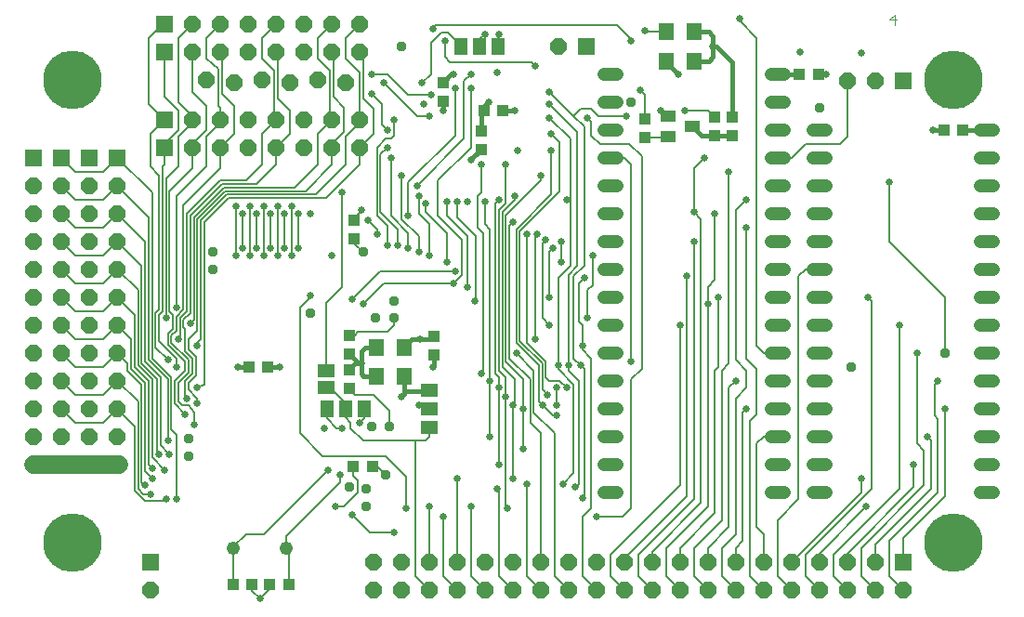
<source format=gbl>
G75*
%MOIN*%
%OFA0B0*%
%FSLAX24Y24*%
%IPPOS*%
%LPD*%
%AMOC8*
5,1,8,0,0,1.08239X$1,22.5*
%
%ADD10C,0.0030*%
%ADD11C,0.2100*%
%ADD12C,0.0480*%
%ADD13R,0.0600X0.0600*%
%ADD14OC8,0.0600*%
%ADD15R,0.0528X0.0591*%
%ADD16C,0.0480*%
%ADD17R,0.0433X0.0394*%
%ADD18OC8,0.0337*%
%ADD19R,0.0591X0.0512*%
%ADD20R,0.0394X0.0433*%
%ADD21R,0.0551X0.0394*%
%ADD22R,0.0512X0.0591*%
%ADD23R,0.0630X0.0460*%
%ADD24C,0.0258*%
%ADD25C,0.0160*%
%ADD26C,0.0050*%
%ADD27C,0.0660*%
D10*
X032200Y022140D02*
X032200Y022510D01*
X032015Y022325D01*
X032262Y022325D01*
D11*
X034303Y020178D03*
X034303Y003572D03*
X002697Y003572D03*
X002697Y020178D03*
D12*
X021760Y020375D02*
X022240Y020375D01*
X022240Y019375D02*
X021760Y019375D01*
X021760Y018375D02*
X022240Y018375D01*
X022240Y017375D02*
X021760Y017375D01*
X021760Y016375D02*
X022240Y016375D01*
X022240Y015375D02*
X021760Y015375D01*
X021760Y014375D02*
X022240Y014375D01*
X022240Y013375D02*
X021760Y013375D01*
X021760Y012375D02*
X022240Y012375D01*
X022240Y011375D02*
X021760Y011375D01*
X021760Y010375D02*
X022240Y010375D01*
X022240Y009375D02*
X021760Y009375D01*
X021760Y008375D02*
X022240Y008375D01*
X022240Y007375D02*
X021760Y007375D01*
X021760Y006375D02*
X022240Y006375D01*
X022240Y005375D02*
X021760Y005375D01*
X027760Y005375D02*
X028240Y005375D01*
X029260Y005375D02*
X029740Y005375D01*
X029740Y006375D02*
X029260Y006375D01*
X028240Y006375D02*
X027760Y006375D01*
X027760Y007375D02*
X028240Y007375D01*
X029260Y007375D02*
X029740Y007375D01*
X029740Y008375D02*
X029260Y008375D01*
X028240Y008375D02*
X027760Y008375D01*
X027760Y009375D02*
X028240Y009375D01*
X029260Y009375D02*
X029740Y009375D01*
X029740Y010375D02*
X029260Y010375D01*
X028240Y010375D02*
X027760Y010375D01*
X027760Y011375D02*
X028240Y011375D01*
X029260Y011375D02*
X029740Y011375D01*
X029740Y012375D02*
X029260Y012375D01*
X028240Y012375D02*
X027760Y012375D01*
X027760Y013375D02*
X028240Y013375D01*
X029260Y013375D02*
X029740Y013375D01*
X029740Y014375D02*
X029260Y014375D01*
X028240Y014375D02*
X027760Y014375D01*
X027760Y015375D02*
X028240Y015375D01*
X029260Y015375D02*
X029740Y015375D01*
X029740Y016375D02*
X029260Y016375D01*
X028240Y016375D02*
X027760Y016375D01*
X027760Y017375D02*
X028240Y017375D01*
X029260Y017375D02*
X029740Y017375D01*
X029740Y018375D02*
X029260Y018375D01*
X028240Y018375D02*
X027760Y018375D01*
X027760Y019375D02*
X028240Y019375D01*
X028240Y020375D02*
X027760Y020375D01*
X035260Y018375D02*
X035740Y018375D01*
X035740Y017375D02*
X035260Y017375D01*
X035260Y016375D02*
X035740Y016375D01*
X035740Y015375D02*
X035260Y015375D01*
X035260Y014375D02*
X035740Y014375D01*
X035740Y013375D02*
X035260Y013375D01*
X035260Y012375D02*
X035740Y012375D01*
X035740Y011375D02*
X035260Y011375D01*
X035260Y010375D02*
X035740Y010375D01*
X035740Y009375D02*
X035260Y009375D01*
X035260Y008375D02*
X035740Y008375D01*
X035740Y007375D02*
X035260Y007375D01*
X035260Y006375D02*
X035740Y006375D01*
X035740Y005375D02*
X035260Y005375D01*
D13*
X032500Y002875D03*
X006000Y017750D03*
X006000Y018750D03*
X004313Y017375D03*
X003313Y017375D03*
X002313Y017375D03*
X001313Y017375D03*
X006000Y021188D03*
X006000Y022188D03*
X021125Y021375D03*
X032500Y020125D03*
X005500Y002875D03*
D14*
X005500Y001875D03*
X004313Y006375D03*
X003313Y006375D03*
X002313Y006375D03*
X001313Y006375D03*
X001313Y007375D03*
X002313Y007375D03*
X003313Y007375D03*
X004313Y007375D03*
X004313Y008375D03*
X003313Y008375D03*
X002313Y008375D03*
X001313Y008375D03*
X001313Y009375D03*
X002313Y009375D03*
X003313Y009375D03*
X004313Y009375D03*
X004313Y010375D03*
X003313Y010375D03*
X002313Y010375D03*
X001313Y010375D03*
X001313Y011375D03*
X002313Y011375D03*
X003313Y011375D03*
X004313Y011375D03*
X004313Y012375D03*
X003313Y012375D03*
X002313Y012375D03*
X001313Y012375D03*
X001313Y013375D03*
X002313Y013375D03*
X003313Y013375D03*
X004313Y013375D03*
X004313Y014375D03*
X003313Y014375D03*
X002313Y014375D03*
X001313Y014375D03*
X001313Y015375D03*
X002313Y015375D03*
X003313Y015375D03*
X004313Y015375D03*
X004313Y016375D03*
X003313Y016375D03*
X002313Y016375D03*
X001313Y016375D03*
X007000Y017750D03*
X008000Y017750D03*
X009000Y017750D03*
X010000Y017750D03*
X011000Y017750D03*
X012000Y017750D03*
X013000Y017750D03*
X013000Y018750D03*
X012000Y018750D03*
X011000Y018750D03*
X010000Y018750D03*
X009000Y018750D03*
X008000Y018750D03*
X007000Y018750D03*
X007500Y020188D03*
X008500Y020063D03*
X009500Y020188D03*
X010500Y020063D03*
X011500Y020188D03*
X012500Y020063D03*
X012000Y021188D03*
X011000Y021188D03*
X010000Y021188D03*
X009000Y021188D03*
X008000Y021188D03*
X007000Y021188D03*
X007000Y022188D03*
X008000Y022188D03*
X009000Y022188D03*
X010000Y022188D03*
X011000Y022188D03*
X012000Y022188D03*
X013000Y022188D03*
X013000Y021188D03*
X020125Y021375D03*
X030500Y020125D03*
X031500Y020125D03*
X031500Y002875D03*
X030500Y002875D03*
X029500Y002875D03*
X028500Y002875D03*
X027500Y002875D03*
X026500Y002875D03*
X025500Y002875D03*
X024500Y002875D03*
X023500Y002875D03*
X022500Y002875D03*
X021500Y002875D03*
X020500Y002875D03*
X019500Y002875D03*
X018500Y002875D03*
X017500Y002875D03*
X016500Y002875D03*
X015500Y002875D03*
X014500Y002875D03*
X013500Y002875D03*
X013500Y001875D03*
X014500Y001875D03*
X015500Y001875D03*
X016500Y001875D03*
X017500Y001875D03*
X018500Y001875D03*
X019500Y001875D03*
X020500Y001875D03*
X021500Y001875D03*
X022500Y001875D03*
X023500Y001875D03*
X024500Y001875D03*
X025500Y001875D03*
X026500Y001875D03*
X027500Y001875D03*
X028500Y001875D03*
X029500Y001875D03*
X030500Y001875D03*
X031500Y001875D03*
X032500Y001875D03*
D15*
X014603Y009546D03*
X013603Y009546D03*
X013603Y010589D03*
X014603Y010589D03*
X024022Y020848D03*
X025022Y020848D03*
X025022Y021892D03*
X024022Y021892D03*
D16*
X010388Y003375D03*
X008488Y003375D03*
D17*
X008478Y002063D03*
X009147Y002063D03*
X009790Y002063D03*
X010460Y002063D03*
X012625Y009103D03*
X012625Y009772D03*
X012625Y010353D03*
X012625Y011022D03*
X009710Y009875D03*
X009040Y009875D03*
X012813Y014478D03*
X012813Y015147D03*
X017478Y019063D03*
X018147Y019063D03*
X023250Y018772D03*
X023250Y018103D03*
X026375Y018165D03*
X026375Y018835D03*
X028790Y020375D03*
X029460Y020375D03*
X033978Y018375D03*
X034647Y018375D03*
D18*
X029500Y019188D03*
X022750Y019375D03*
X014500Y021375D03*
X013125Y014000D03*
X014250Y012250D03*
X014250Y011625D03*
X013563Y011625D03*
X011250Y011813D03*
X007750Y013375D03*
X007750Y014000D03*
X013438Y007750D03*
X014063Y007750D03*
X013938Y006000D03*
X013250Y005500D03*
X012625Y005563D03*
X013250Y004875D03*
X006875Y006688D03*
X006875Y007313D03*
X030625Y009875D03*
X034000Y010375D03*
D19*
X015500Y009044D03*
X015500Y008375D03*
X015500Y007706D03*
D20*
X013460Y006313D03*
X012790Y006313D03*
X015688Y010290D03*
X015688Y010960D03*
X017375Y017665D03*
X017375Y018335D03*
X016000Y019415D03*
X016000Y020085D03*
X025750Y018835D03*
X025750Y018165D03*
D21*
X024933Y018500D03*
X024067Y018126D03*
X024067Y018874D03*
D22*
X017982Y021375D03*
X017313Y021375D03*
X016643Y021375D03*
X013169Y008375D03*
X012500Y008375D03*
X011831Y008375D03*
D23*
X011813Y009138D03*
X011813Y009738D03*
D24*
X013063Y010000D03*
X014500Y008813D03*
X015125Y008500D03*
X013000Y007875D03*
X012375Y007688D03*
X011750Y007688D03*
X011875Y006188D03*
X012313Y006000D03*
X012125Y004875D03*
X012750Y004563D03*
X014250Y003938D03*
X014688Y004813D03*
X015500Y004875D03*
X016000Y004500D03*
X017000Y004875D03*
X017938Y005500D03*
X018500Y005875D03*
X019000Y005688D03*
X018000Y006375D03*
X018875Y006938D03*
X017688Y007375D03*
X018875Y008375D03*
X018500Y008500D03*
X018250Y008813D03*
X018000Y009125D03*
X017688Y009375D03*
X017375Y009625D03*
X018625Y010375D03*
X019313Y010875D03*
X019813Y011375D03*
X021000Y010625D03*
X020938Y009938D03*
X020500Y009938D03*
X020125Y009938D03*
X020063Y009125D03*
X020438Y009125D03*
X020063Y008500D03*
X019750Y008875D03*
X019563Y008500D03*
X020063Y008125D03*
X022750Y010063D03*
X024500Y011375D03*
X025500Y012125D03*
X025875Y012375D03*
X024750Y013125D03*
X025000Y014375D03*
X025000Y015438D03*
X025750Y015375D03*
X026875Y014875D03*
X026875Y015875D03*
X026250Y016875D03*
X025375Y017375D03*
X024688Y019063D03*
X023813Y019063D03*
X023063Y019813D03*
X024438Y020375D03*
X025688Y021375D03*
X026625Y022375D03*
X028813Y021188D03*
X029750Y020375D03*
X031000Y021125D03*
X033563Y018375D03*
X032000Y016500D03*
X031250Y012375D03*
X032375Y011375D03*
X033000Y010375D03*
X033750Y009375D03*
X034000Y008375D03*
X033375Y007375D03*
X032875Y006375D03*
X031000Y005875D03*
X031188Y004875D03*
X026875Y008375D03*
X026500Y009375D03*
X021188Y011625D03*
X019813Y012375D03*
X021063Y013063D03*
X020250Y013625D03*
X019938Y014125D03*
X020250Y014375D03*
X019688Y014438D03*
X019375Y014625D03*
X019000Y014625D03*
X018500Y015063D03*
X018000Y015875D03*
X017500Y015813D03*
X016875Y015813D03*
X016500Y015813D03*
X016125Y015813D03*
X015375Y015750D03*
X015125Y016000D03*
X015063Y016375D03*
X014500Y016750D03*
X014125Y017375D03*
X014000Y017750D03*
X014000Y018375D03*
X014250Y018750D03*
X015313Y019313D03*
X015563Y019625D03*
X015250Y020063D03*
X016375Y020375D03*
X017000Y020375D03*
X017000Y019875D03*
X016438Y019875D03*
X016000Y019063D03*
X015500Y018875D03*
X013875Y020063D03*
X013438Y020375D03*
X013438Y019688D03*
X016063Y021563D03*
X015625Y022000D03*
X017500Y021813D03*
X018000Y021813D03*
X019313Y020688D03*
X019813Y019750D03*
X019813Y019313D03*
X019813Y018813D03*
X019875Y018250D03*
X019875Y017625D03*
X018688Y017625D03*
X018250Y017125D03*
X017375Y017125D03*
X017000Y017313D03*
X018563Y016000D03*
X019500Y016750D03*
X020438Y015875D03*
X021375Y013875D03*
X017125Y012250D03*
X016875Y012750D03*
X016375Y012875D03*
X016438Y013313D03*
X016125Y013625D03*
X015500Y013875D03*
X015125Y014000D03*
X014750Y014125D03*
X014375Y014250D03*
X014000Y014250D03*
X013625Y014625D03*
X013313Y015125D03*
X013063Y015500D03*
X012375Y016125D03*
X011250Y015375D03*
X010813Y015375D03*
X010563Y015625D03*
X010313Y015375D03*
X010063Y015625D03*
X009813Y015375D03*
X009563Y015625D03*
X009313Y015375D03*
X009063Y015625D03*
X008813Y015375D03*
X008563Y015625D03*
X008813Y014125D03*
X009063Y013875D03*
X009313Y014125D03*
X009563Y013875D03*
X009813Y014125D03*
X010063Y013875D03*
X010313Y014125D03*
X010563Y013875D03*
X010813Y014125D03*
X012000Y013875D03*
X011250Y012438D03*
X012750Y012313D03*
X013125Y012125D03*
X015188Y010875D03*
X015625Y009875D03*
X010125Y009875D03*
X008625Y009875D03*
X007188Y009125D03*
X006813Y008750D03*
X007188Y008563D03*
X006750Y008188D03*
X007063Y007813D03*
X006125Y007250D03*
X006188Y006750D03*
X005813Y006750D03*
X005563Y006250D03*
X005563Y005875D03*
X005313Y005625D03*
X005500Y005313D03*
X006063Y005125D03*
X006438Y005125D03*
X006000Y006188D03*
X006438Y009875D03*
X006125Y010125D03*
X006500Y010875D03*
X006938Y011438D03*
X006063Y011625D03*
X006438Y012000D03*
X007188Y010625D03*
X008563Y013875D03*
X014750Y015313D03*
X018563Y019063D03*
X017625Y019375D03*
X017938Y020438D03*
X021188Y018813D03*
X022563Y018875D03*
X022750Y021563D03*
X023250Y021938D03*
X016500Y005875D03*
X018313Y004813D03*
X020313Y005688D03*
X020750Y005563D03*
X021000Y005188D03*
X021500Y004500D03*
X009438Y001563D03*
D25*
X015500Y008375D02*
X015375Y008500D01*
X015125Y008500D01*
X014603Y008916D02*
X014603Y009019D01*
X014603Y009546D01*
X014603Y009019D02*
X015474Y009019D01*
X014603Y008916D02*
X014500Y008813D01*
X013603Y009546D02*
X013142Y009546D01*
X013063Y009625D01*
X013063Y010000D01*
X012853Y010000D01*
X012625Y009772D01*
X012978Y010000D02*
X013063Y010000D01*
X013063Y010438D01*
X013214Y010589D01*
X013603Y010589D01*
X012978Y010000D02*
X012625Y010353D01*
X014603Y010589D02*
X014889Y010875D01*
X015188Y010875D01*
X015603Y010875D01*
X015688Y010960D01*
X015688Y010290D02*
X015688Y009938D01*
X015625Y009875D01*
X010125Y009875D02*
X009710Y009875D01*
X009040Y009875D02*
X008625Y009875D01*
X017000Y017313D02*
X017000Y017353D01*
X017375Y017665D01*
X017375Y018335D02*
X017375Y018960D01*
X017478Y019063D01*
X017478Y019228D01*
X017625Y019375D01*
X018147Y019063D02*
X018563Y019063D01*
X016375Y020375D02*
X016290Y020375D01*
X016000Y020085D01*
X016000Y019415D02*
X016000Y019063D01*
X024022Y020791D02*
X024438Y020375D01*
X024022Y020791D02*
X024022Y020848D01*
X025022Y020848D02*
X025536Y020848D01*
X025688Y021000D01*
X025688Y021375D01*
X025688Y021750D01*
X025546Y021892D01*
X025022Y021892D01*
X025688Y021563D02*
X025688Y021375D01*
X025688Y021188D01*
X025688Y021375D02*
X025813Y021375D01*
X026375Y020813D01*
X026375Y018835D01*
X026375Y018165D02*
X025750Y018165D01*
X025268Y018165D01*
X024933Y018500D01*
X028000Y020375D02*
X028790Y020375D01*
X029460Y020375D02*
X029750Y020375D01*
X033563Y018375D02*
X033978Y018375D01*
X034647Y018375D02*
X035500Y018375D01*
D26*
X032000Y016500D02*
X032000Y014375D01*
X034000Y012375D01*
X034000Y010375D01*
X033000Y010375D02*
X033000Y007125D01*
X033250Y006875D01*
X033250Y005625D01*
X031000Y003375D01*
X031000Y002375D01*
X031500Y001875D01*
X030500Y001875D02*
X030000Y002375D01*
X030000Y003125D01*
X032375Y005500D01*
X032375Y011375D01*
X031375Y012250D02*
X031250Y012375D01*
X031375Y012250D02*
X031375Y005500D01*
X029000Y003125D01*
X029000Y002375D01*
X029500Y001875D01*
X028500Y001875D02*
X028000Y002375D01*
X028000Y004375D01*
X028750Y005125D01*
X028750Y013125D01*
X029000Y013375D01*
X029500Y013375D01*
X026875Y014875D02*
X026875Y010188D01*
X027250Y009813D01*
X027250Y008188D01*
X027000Y007938D01*
X027000Y002375D01*
X027500Y001875D01*
X026500Y001875D02*
X026000Y002375D01*
X026000Y003375D01*
X026500Y003875D01*
X026500Y008750D01*
X026875Y009125D01*
X026875Y009750D01*
X026500Y010125D01*
X026500Y015500D01*
X026875Y015875D01*
X025750Y015375D02*
X025750Y013000D01*
X025500Y012750D01*
X025500Y012125D01*
X025500Y004875D01*
X024000Y003375D01*
X024000Y002375D01*
X024500Y001875D01*
X023500Y001875D02*
X023000Y002375D01*
X023000Y003125D01*
X025000Y005125D01*
X025000Y014375D01*
X025250Y015188D02*
X025000Y015438D01*
X025000Y017000D01*
X025375Y017375D01*
X026250Y016875D02*
X026250Y010000D01*
X026000Y009750D01*
X026000Y004375D01*
X025000Y003375D01*
X025000Y002375D01*
X025500Y001875D01*
X025500Y002875D02*
X025500Y003375D01*
X026250Y004125D01*
X026250Y009125D01*
X026500Y009375D01*
X025875Y009875D02*
X025750Y009750D01*
X025750Y004625D01*
X024500Y003375D01*
X024500Y002875D01*
X023500Y002875D02*
X023500Y003250D01*
X025250Y005000D01*
X025250Y015188D01*
X022750Y017125D02*
X022500Y017375D01*
X022000Y017375D01*
X022750Y017125D02*
X022750Y010063D01*
X023125Y009813D02*
X023125Y017438D01*
X022688Y017875D01*
X021625Y017875D01*
X021313Y018188D01*
X021313Y018688D01*
X021188Y018813D01*
X021313Y019125D02*
X020938Y019125D01*
X020688Y018875D01*
X019813Y019750D01*
X019938Y019625D01*
X019813Y019313D02*
X020813Y018313D01*
X020813Y013500D01*
X020500Y013188D01*
X020500Y009938D01*
X020500Y009750D01*
X020875Y009375D01*
X020875Y005688D01*
X020750Y005563D01*
X021063Y005250D02*
X021000Y005188D01*
X021063Y005250D02*
X021063Y009813D01*
X020938Y009938D01*
X020688Y010188D01*
X020688Y013125D01*
X021063Y013500D01*
X021063Y018500D01*
X020688Y018875D01*
X021313Y019125D02*
X021563Y018875D01*
X022563Y018875D01*
X023250Y018772D02*
X023250Y019625D01*
X023063Y019813D01*
X023813Y019063D02*
X023878Y019063D01*
X024067Y018874D01*
X024688Y019063D02*
X025522Y019063D01*
X025750Y018835D01*
X024067Y018126D02*
X024044Y018103D01*
X023250Y018103D01*
X020563Y018063D02*
X019813Y018813D01*
X019875Y018250D02*
X020188Y017938D01*
X020188Y016188D01*
X018750Y014750D01*
X018750Y010813D01*
X019563Y010000D01*
X019563Y009063D01*
X019750Y008875D01*
X019438Y008625D02*
X019438Y009938D01*
X018625Y010750D01*
X018625Y014813D01*
X019875Y016063D01*
X019875Y017625D01*
X020563Y018063D02*
X020563Y015875D01*
X020438Y015875D01*
X020563Y015875D02*
X020563Y013500D01*
X020125Y013063D01*
X020125Y009938D01*
X020125Y009813D01*
X020688Y009250D01*
X020688Y006063D01*
X020313Y005688D01*
X019000Y005688D02*
X019000Y002375D01*
X019500Y001875D01*
X020000Y002375D02*
X020000Y007500D01*
X019250Y008250D01*
X019250Y009750D01*
X018625Y010375D01*
X018375Y010188D02*
X018375Y014938D01*
X018500Y015063D01*
X018250Y015313D02*
X019500Y016563D01*
X019500Y016750D01*
X018563Y016000D02*
X018563Y015875D01*
X018125Y015438D01*
X018125Y009875D01*
X018563Y009438D01*
X018563Y008563D01*
X018500Y008500D01*
X018500Y005875D01*
X018000Y005438D02*
X017938Y005500D01*
X018000Y005438D02*
X018000Y002375D01*
X018500Y001875D01*
X017500Y001875D02*
X017000Y002375D01*
X017000Y004875D01*
X016000Y004500D02*
X016000Y002375D01*
X016500Y001875D01*
X015500Y001875D02*
X015000Y002375D01*
X015000Y007250D01*
X013125Y007250D01*
X012688Y007688D01*
X012688Y007875D01*
X012500Y008063D01*
X012500Y008375D01*
X012500Y008563D01*
X011925Y009138D01*
X011813Y009138D01*
X011813Y009738D02*
X011813Y012188D01*
X012375Y012750D01*
X012375Y016125D01*
X011813Y015938D02*
X013000Y017125D01*
X013000Y017750D01*
X013500Y018250D01*
X013500Y019125D01*
X013125Y019500D01*
X013125Y021063D01*
X013000Y021188D01*
X012500Y020938D02*
X012500Y021688D01*
X013000Y022188D01*
X012000Y022188D02*
X011500Y021688D01*
X011500Y020938D01*
X011938Y020500D01*
X011938Y018813D01*
X012000Y018750D01*
X011500Y018250D01*
X011500Y017125D01*
X010688Y016313D01*
X008125Y016313D01*
X007063Y015250D01*
X007063Y011563D01*
X006938Y011438D01*
X006750Y011250D02*
X006688Y011313D01*
X006688Y011563D01*
X006938Y011813D01*
X006938Y015313D01*
X008063Y016438D01*
X009313Y016438D01*
X010000Y017125D01*
X010000Y017750D01*
X010500Y018250D01*
X010500Y019063D01*
X010063Y019500D01*
X010063Y021125D01*
X010000Y021188D01*
X009500Y020938D02*
X009500Y021688D01*
X010000Y022188D01*
X009500Y020938D02*
X009938Y020500D01*
X009938Y018813D01*
X010000Y018750D01*
X009500Y018250D01*
X009500Y017125D01*
X008938Y016563D01*
X008000Y016563D01*
X006813Y015375D01*
X006813Y011875D01*
X006563Y011625D01*
X006563Y010938D01*
X006500Y010875D01*
X006250Y010750D02*
X006875Y010125D01*
X006875Y009688D01*
X006500Y009313D01*
X006500Y008625D01*
X006625Y008500D01*
X006875Y008500D01*
X007063Y008250D01*
X007063Y007813D01*
X006750Y008188D02*
X006375Y008563D01*
X006375Y009375D01*
X006750Y009750D01*
X006750Y010063D01*
X006125Y010688D01*
X006125Y011063D01*
X006313Y011250D01*
X006313Y011750D01*
X006188Y011875D01*
X006188Y016188D01*
X007000Y017000D01*
X007000Y017750D01*
X007000Y017875D01*
X007500Y018375D01*
X007500Y019250D01*
X007000Y019750D01*
X007000Y021188D01*
X007500Y020938D02*
X007500Y021688D01*
X008000Y022188D01*
X007000Y022188D02*
X006500Y021688D01*
X006500Y019375D01*
X007000Y018875D01*
X007000Y018750D01*
X007000Y018625D01*
X006500Y018125D01*
X006500Y017063D01*
X006063Y016625D01*
X006063Y011625D01*
X005938Y011875D02*
X005938Y017063D01*
X006000Y017125D01*
X006000Y017750D01*
X006000Y017875D01*
X006500Y018375D01*
X006500Y019063D01*
X006000Y019563D01*
X006000Y021188D01*
X005438Y021688D02*
X005938Y022188D01*
X006000Y022188D01*
X005438Y021688D02*
X005438Y019313D01*
X006000Y018750D01*
X005500Y018250D01*
X005500Y017063D01*
X005813Y016750D01*
X005813Y011938D01*
X005688Y011813D01*
X005688Y010563D01*
X006125Y010125D01*
X006438Y010188D02*
X006438Y009875D01*
X006438Y010188D02*
X005813Y010813D01*
X005813Y011750D01*
X005938Y011875D01*
X006438Y012000D02*
X006438Y016000D01*
X007500Y017063D01*
X007500Y018125D01*
X008000Y018625D01*
X008000Y018750D01*
X008000Y019188D01*
X007938Y019250D01*
X007938Y020563D01*
X007500Y020938D01*
X008000Y021188D02*
X008063Y021125D01*
X008063Y019688D01*
X008500Y019250D01*
X008500Y018250D01*
X008000Y017750D01*
X008000Y017000D01*
X006688Y015688D01*
X006688Y011938D01*
X006438Y011688D01*
X006438Y011188D01*
X006250Y011000D01*
X006250Y010750D01*
X006750Y010438D02*
X007000Y010188D01*
X007000Y009625D01*
X006750Y009375D01*
X006750Y008813D01*
X006813Y008750D01*
X006875Y009063D02*
X006875Y009313D01*
X007125Y009563D01*
X007125Y010250D01*
X006875Y010500D01*
X006875Y010875D01*
X007188Y011188D01*
X007188Y015188D01*
X008188Y016188D01*
X011063Y016188D01*
X012000Y017125D01*
X012000Y017750D01*
X012000Y017875D01*
X012438Y018313D01*
X012438Y019188D01*
X012063Y019563D01*
X012063Y021125D01*
X012000Y021188D01*
X012500Y020938D02*
X013000Y020438D01*
X013000Y018750D01*
X013000Y018625D01*
X012500Y018125D01*
X012500Y017125D01*
X011438Y016063D01*
X008250Y016063D01*
X007313Y015125D01*
X007313Y010875D01*
X007188Y010750D01*
X007188Y010625D01*
X006750Y010438D02*
X006750Y011250D01*
X005563Y010188D02*
X005563Y016125D01*
X004313Y017375D01*
X003813Y016875D01*
X002813Y016875D01*
X002313Y017375D01*
X002313Y016375D02*
X002813Y015875D01*
X003813Y015875D01*
X004313Y016375D01*
X005438Y015250D01*
X005438Y010125D01*
X006125Y009438D01*
X006125Y007250D01*
X005875Y007063D02*
X005875Y009500D01*
X005313Y010063D01*
X005313Y014375D01*
X004313Y015375D01*
X003813Y014875D01*
X002813Y014875D01*
X002313Y015375D01*
X002313Y014375D02*
X002813Y013875D01*
X003813Y013875D01*
X004313Y014375D01*
X005188Y013500D01*
X005188Y010000D01*
X005750Y009438D01*
X005750Y006813D01*
X005813Y006750D01*
X005563Y006625D02*
X005563Y009438D01*
X005063Y009938D01*
X005063Y012625D01*
X004313Y013375D01*
X003813Y012875D01*
X002813Y012875D01*
X002313Y013375D01*
X002313Y012375D02*
X002813Y011875D01*
X003813Y011875D01*
X004313Y012375D01*
X004938Y011750D01*
X004938Y009875D01*
X005438Y009375D01*
X005438Y006375D01*
X005563Y006250D01*
X005313Y006125D02*
X005313Y009313D01*
X004813Y009813D01*
X004813Y010875D01*
X004313Y011375D01*
X003813Y010875D01*
X002813Y010875D01*
X002313Y011375D01*
X002313Y010375D02*
X002813Y009875D01*
X003813Y009875D01*
X004313Y010375D01*
X004688Y010000D01*
X004688Y009750D01*
X005188Y009250D01*
X005188Y005750D01*
X005313Y005625D01*
X005063Y005500D02*
X005250Y005313D01*
X005500Y005313D01*
X005313Y005063D02*
X004938Y005438D01*
X004938Y007750D01*
X004313Y008375D01*
X003813Y007875D01*
X002813Y007875D01*
X002313Y008375D01*
X002813Y008875D02*
X003813Y008875D01*
X004313Y009375D01*
X005063Y008625D01*
X005063Y005500D01*
X005313Y005063D02*
X006000Y005063D01*
X006063Y005125D01*
X006438Y005125D02*
X006438Y007438D01*
X006250Y007625D01*
X006250Y009500D01*
X005563Y010188D01*
X006875Y009063D02*
X007188Y008750D01*
X007188Y008563D01*
X007188Y009125D02*
X007438Y009250D01*
X007438Y015063D01*
X008313Y015938D01*
X011813Y015938D01*
X010813Y015375D02*
X010813Y014125D01*
X010563Y013875D02*
X010563Y015625D01*
X010313Y015375D02*
X010313Y014125D01*
X010063Y013875D02*
X010063Y015625D01*
X009813Y015375D02*
X009813Y014125D01*
X009563Y013875D02*
X009563Y015625D01*
X009313Y015375D02*
X009313Y014125D01*
X009063Y013875D02*
X009063Y015625D01*
X008813Y015375D02*
X008813Y014125D01*
X008563Y013875D02*
X008563Y015625D01*
X012813Y015147D02*
X013063Y015500D01*
X013313Y015125D02*
X013625Y014813D01*
X013625Y014625D01*
X014000Y014938D02*
X013625Y015313D01*
X013625Y017750D01*
X013938Y018063D01*
X014125Y018063D01*
X014250Y018188D01*
X014250Y018750D01*
X014000Y018375D02*
X013813Y018563D01*
X013813Y019313D01*
X013438Y019688D01*
X013875Y020063D02*
X015063Y018875D01*
X015500Y018875D01*
X015125Y018875D01*
X014750Y019625D02*
X014000Y020375D01*
X013438Y020375D01*
X014750Y019625D02*
X015563Y019625D01*
X015250Y020063D02*
X015563Y020375D01*
X015563Y021500D01*
X015938Y021875D01*
X016188Y021875D01*
X016643Y021419D01*
X016643Y021375D01*
X016063Y021563D02*
X016063Y021000D01*
X016250Y020813D01*
X019188Y020813D01*
X019313Y020688D01*
X017982Y021375D02*
X017982Y021794D01*
X018000Y021813D01*
X017500Y021813D02*
X017313Y021625D01*
X017313Y021375D01*
X017000Y020375D02*
X016750Y020125D01*
X016750Y018063D01*
X015063Y016375D01*
X014750Y016500D02*
X016438Y018188D01*
X016438Y019875D01*
X017000Y019875D02*
X017000Y017750D01*
X015813Y016563D01*
X015813Y015313D01*
X016688Y014438D01*
X016688Y013188D01*
X016375Y012875D01*
X013875Y012875D01*
X013125Y012125D01*
X012750Y012313D02*
X013750Y013313D01*
X016438Y013313D01*
X016125Y013625D02*
X016125Y014688D01*
X015375Y015438D01*
X015375Y015750D01*
X015125Y016000D02*
X015125Y015375D01*
X015500Y015000D01*
X015500Y013875D01*
X015125Y014000D02*
X015125Y014563D01*
X014500Y015188D01*
X014500Y016750D01*
X014750Y016500D02*
X014750Y015313D01*
X014750Y014688D02*
X014125Y015313D01*
X014125Y017375D01*
X013750Y017500D02*
X013750Y015438D01*
X014375Y014813D01*
X014375Y014250D01*
X014000Y014250D02*
X014000Y014938D01*
X014750Y014688D02*
X014750Y014125D01*
X013125Y014000D02*
X012813Y014313D01*
X012813Y014478D01*
X011250Y012438D02*
X011250Y012375D01*
X010875Y012000D01*
X010875Y007500D01*
X011688Y006688D01*
X013938Y006688D01*
X014688Y005938D01*
X014688Y004813D01*
X015500Y004875D02*
X015500Y002875D01*
X016500Y002875D02*
X016500Y005875D01*
X018000Y006375D02*
X018000Y009125D01*
X018000Y009500D01*
X017875Y009625D01*
X017875Y015750D01*
X018000Y015875D01*
X018250Y015750D02*
X018250Y017125D01*
X017375Y017125D02*
X017375Y016125D01*
X017250Y016000D01*
X017250Y014875D01*
X017438Y014688D01*
X017438Y009688D01*
X017375Y009625D01*
X017688Y009375D02*
X017688Y014813D01*
X017500Y015000D01*
X017500Y015813D01*
X018000Y015500D02*
X018250Y015750D01*
X018000Y015500D02*
X018000Y009750D01*
X018250Y009500D01*
X018250Y008813D01*
X018250Y004875D01*
X018313Y004813D01*
X021000Y004500D02*
X021000Y002375D01*
X021500Y001875D01*
X020500Y001875D02*
X020000Y002375D01*
X019500Y002875D02*
X019500Y007500D01*
X019125Y007875D01*
X019125Y009438D01*
X018375Y010188D01*
X018250Y010063D02*
X018250Y015313D01*
X019000Y014625D02*
X019000Y010750D01*
X019688Y010063D01*
X019688Y009500D01*
X019813Y009375D01*
X020188Y009375D01*
X020438Y009125D01*
X020063Y009125D02*
X020063Y008500D01*
X020063Y008125D02*
X019938Y008125D01*
X019563Y008500D01*
X019438Y008625D01*
X018875Y008375D02*
X018875Y006938D01*
X017688Y007375D02*
X017688Y009375D01*
X018250Y010063D02*
X018875Y009438D01*
X018875Y008375D01*
X021000Y010500D02*
X021313Y010188D01*
X021313Y004813D01*
X021000Y004500D01*
X021500Y004500D02*
X022438Y004500D01*
X022750Y004813D01*
X022750Y009438D01*
X023125Y009813D01*
X021000Y010500D02*
X021000Y010625D01*
X021000Y011375D01*
X020875Y011500D01*
X020875Y012875D01*
X021063Y013063D01*
X021375Y012813D02*
X021188Y012625D01*
X021188Y011625D01*
X019813Y011375D02*
X019563Y011625D01*
X019563Y014313D01*
X019688Y014438D01*
X019375Y014625D02*
X019313Y014563D01*
X019313Y010875D01*
X019813Y012375D02*
X019813Y014000D01*
X019938Y014125D01*
X020250Y014375D02*
X020250Y013625D01*
X021375Y013875D02*
X021375Y012813D01*
X024500Y011375D02*
X024500Y005625D01*
X022000Y003125D01*
X022000Y002375D01*
X022500Y001875D01*
X022500Y002875D02*
X022500Y003000D01*
X024750Y005250D01*
X024750Y013125D01*
X025875Y012375D02*
X025875Y009875D01*
X027250Y010625D02*
X027250Y021688D01*
X026625Y022313D01*
X026625Y022375D01*
X024022Y021892D02*
X023296Y021892D01*
X023250Y021938D01*
X022750Y021625D02*
X022250Y022125D01*
X015750Y022125D01*
X015625Y022000D01*
X014000Y017750D02*
X013750Y017500D01*
X016125Y015813D02*
X016125Y015313D01*
X016875Y014563D01*
X016875Y012750D01*
X017188Y012313D02*
X017188Y014563D01*
X016500Y015250D01*
X016500Y015813D01*
X017188Y012313D02*
X017125Y012250D01*
X014250Y011625D02*
X014250Y011375D01*
X014000Y011125D01*
X012938Y011125D01*
X012835Y011022D01*
X012625Y011022D01*
X012625Y009103D02*
X012853Y008875D01*
X013500Y008875D01*
X014063Y008313D01*
X014063Y007750D01*
X013169Y008044D02*
X013169Y008375D01*
X013169Y008044D02*
X013000Y007875D01*
X012375Y007688D02*
X012188Y007688D01*
X011831Y008044D01*
X011831Y008375D01*
X009040Y009835D02*
X009040Y009875D01*
X006188Y006750D02*
X005875Y007063D01*
X005563Y006625D02*
X006000Y006188D01*
X005563Y005875D02*
X005313Y006125D01*
X008488Y003425D02*
X008938Y003875D01*
X009563Y003875D01*
X011875Y006188D01*
X012313Y006000D02*
X012313Y005738D01*
X010388Y003813D01*
X010388Y003375D01*
X010460Y003303D01*
X010460Y002063D01*
X009790Y002063D02*
X009790Y001915D01*
X009438Y001563D01*
X009147Y001853D01*
X009147Y002063D01*
X008478Y002063D02*
X008478Y003365D01*
X008488Y003375D01*
X008488Y003425D01*
X012125Y004875D02*
X012438Y004875D01*
X012938Y005375D01*
X012938Y005813D01*
X012790Y005960D01*
X012790Y006313D01*
X013460Y006313D02*
X013625Y006313D01*
X013938Y006000D01*
X015000Y007250D02*
X015375Y007250D01*
X015500Y007375D01*
X015500Y007706D01*
X015474Y009019D02*
X015500Y009044D01*
X012750Y004563D02*
X013375Y003938D01*
X014250Y003938D01*
X002813Y008875D02*
X002313Y009375D01*
X022750Y021563D02*
X022750Y021625D01*
X028500Y017375D02*
X029000Y017875D01*
X030250Y017875D01*
X030500Y018125D01*
X030500Y020125D01*
X028500Y017375D02*
X028000Y017375D01*
X027250Y010625D02*
X027500Y010375D01*
X028000Y010375D01*
X026875Y008375D02*
X026750Y008250D01*
X026750Y003625D01*
X026500Y003375D01*
X026500Y002875D01*
X027500Y002875D02*
X027500Y003875D01*
X027250Y004125D01*
X027250Y007125D01*
X027500Y007375D01*
X028000Y007375D01*
X031000Y005875D02*
X031000Y005375D01*
X028500Y002875D01*
X029500Y002875D02*
X029500Y003188D01*
X031188Y004875D01*
X032875Y005563D02*
X032875Y006375D01*
X033500Y007250D02*
X033375Y007375D01*
X033500Y007250D02*
X033500Y005500D01*
X031500Y003500D01*
X031500Y002875D01*
X032000Y002375D02*
X032000Y003625D01*
X033750Y005375D01*
X033750Y008000D01*
X033625Y008125D01*
X033625Y009250D01*
X033750Y009375D01*
X034000Y008375D02*
X034000Y005250D01*
X032500Y003750D01*
X032500Y002875D01*
X032000Y002375D02*
X032500Y001875D01*
X030500Y002875D02*
X030500Y003188D01*
X032875Y005563D01*
D27*
X004375Y006375D02*
X001313Y006375D01*
M02*

</source>
